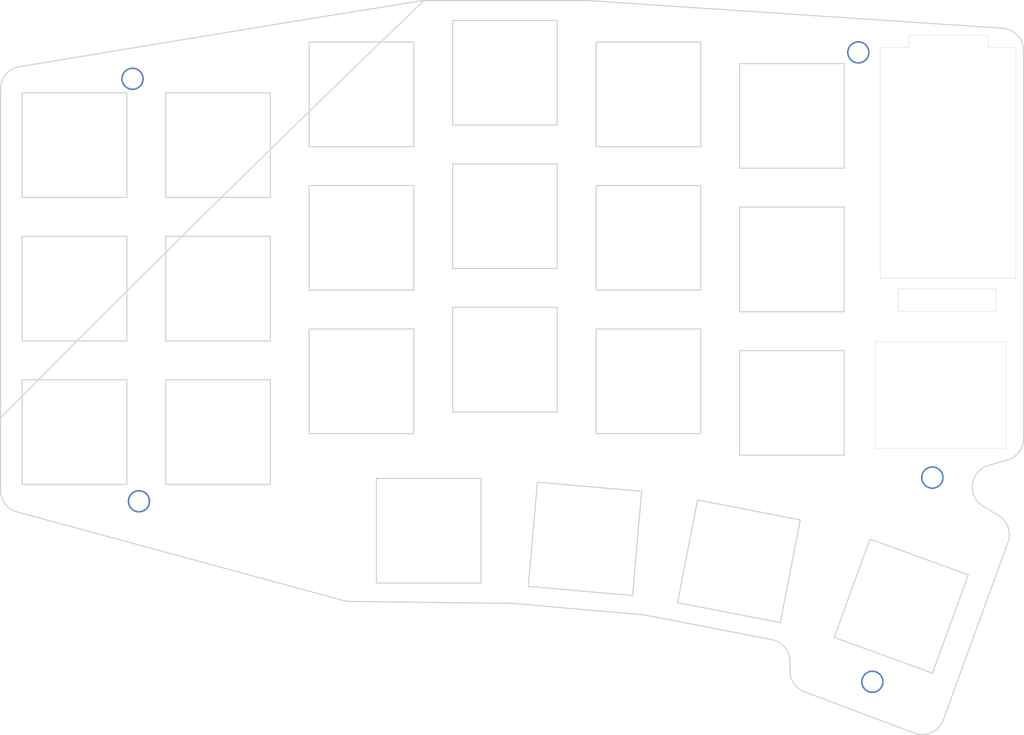
<source format=kicad_pcb>
(kicad_pcb (version 20240108) (generator "pcbnew") (generator_version "8.0")
  (title_block (title "keybear") (rev "v1.0.0") (company "Unknown"))
  (layers (0 "F.Cu" signal) (31 "B.Cu" signal) (34 "B.Paste" user) (35 "F.Paste" user) (36 "B.SilkS" user "B.Silkscreen") (37 "F.SilkS" user "F.Silkscreen") (38 "B.Mask" user) (39 "F.Mask" user) (44 "Edge.Cuts" user))
  (net 0 "")
  (footprint "SofleKeyboard-footprint:HOLE_M2_TH" (layer "F.Cu") (at 264.795 156.083)
    (property "Reference" "TH6" (hide yes))
    (property "Value" "HOLE" (hide yes))
    (pad "" thru_hole circle (at 0 0 90) (size 3 3) (drill 2.6) (layers "*.Cu" "*.Mask" "Dwgs.User") (clearance 0.3))
  )
  (footprint "SofleKeyboard-footprint:HOLE_M2_TH" (layer "F.Cu") (at 254.889 99.187)
    (property "Reference" "TH6" (hide yes))
    (property "Value" "HOLE" (hide yes))
    (pad "" thru_hole circle (at 0 0 90) (size 3 3) (drill 2.6) (layers "*.Cu" "*.Mask" "Dwgs.User") (clearance 0.3))
  )
  (footprint "SofleKeyboard-footprint:HOLE_M2_TH" (layer "F.Cu") (at 158.623 159.258)
    (property "Reference" "TH6" (hide yes))
    (property "Value" "HOLE" (hide yes))
    (pad "" thru_hole circle (at 0 0 90) (size 3 3) (drill 2.6) (layers "*.Cu" "*.Mask" "Dwgs.User") (clearance 0.3))
  )
  (footprint "SofleKeyboard-footprint:HOLE_M2_TH" (layer "F.Cu") (at 256.7686 183.4134)
    (property "Reference" "TH6" (hide yes))
    (property "Value" "HOLE" (hide yes))
    (pad "" thru_hole circle (at 0 0 90) (size 3 3) (drill 2.6) (layers "*.Cu" "*.Mask" "Dwgs.User") (clearance 0.3))
  )
  (footprint "SofleKeyboard-footprint:HOLE_M2_TH" (layer "F.Cu") (at 157.7594 102.7176)
    (property "Reference" "TH6" (hide yes))
    (property "Value" "HOLE" (hide yes))
    (pad "" thru_hole circle (at 0 0 90) (size 3 3) (drill 2.6) (layers "*.Cu" "*.Mask" "Dwgs.User") (clearance 0.3))
  )
  (footprint "SofleKeyboard-footprint:HOLE_M2_TH" (layer "F.Cu") (at 264.795 156.083)
    (property "Reference" "TH6" (hide yes))
    (property "Value" "HOLE" (hide yes))
    (pad "" thru_hole circle (at 0 0 90) (size 3 3) (drill 2.6) (layers "*.Cu" "*.Mask" "Dwgs.User") (clearance 0.3))
  )
  (gr_line (start 253 139.09) (end 239 139.09) (stroke (width 0.15)) (layer "Edge.Cuts"))
  (gr_line (start 272.288 96.901) (end 261.62 96.901) (stroke (width 0.05)) (layer "Edge.Cuts"))
  (gr_line (start 195.4 136.2) (end 181.4 136.2) (stroke (width 0.15)) (layer "Edge.Cuts"))
  (gr_line (start 257.81 98.552) (end 257.81 129.413) (stroke (width 0.05)) (layer "Edge.Cuts"))
  (gr_arc (start 271.604384 159.926591) (mid 270.165702 156.973089) (end 272.296095 154.472207) (stroke (width 0.15)) (layer "Edge.Cuts"))
  (gr_arc (start 177.394302 95.350943) (mid 177.400007 95.350005) (end 177.405713 95.349078) (stroke (width 0.15)) (layer "Edge.Cuts"))
  (gr_line (start 181.4 117) (end 181.4 131) (stroke (width 0.15)) (layer "Edge.Cuts"))
  (gr_line (start 190.4 156.2) (end 190.4 170.2) (stroke (width 0.15)) (layer "Edge.Cuts"))
  (gr_line (start 211.945766 156.699897) (end 210.725586 170.646623) (stroke (width 0.15)) (layer "Edge.Cuts"))
  (gr_line (start 181.4 136.2) (end 181.4 150.2) (stroke (width 0.15)) (layer "Edge.Cuts"))
  (gr_line (start 176.2 104.6) (end 162.2 104.6) (stroke (width 0.15)) (layer "Edge.Cuts"))
  (gr_line (start 195.4 131) (end 195.4 117) (stroke (width 0.15)) (layer "Edge.Cuts"))
  (gr_line (start 162.2 104.6) (end 162.2 118.6) (stroke (width 0.15)) (layer "Edge.Cuts"))
  (gr_line (start 196.840629 92.25) (end 218.500196 92.25) (stroke (width 0.15)) (layer "Edge.Cuts"))
  (gr_line (start 219.8 150.2) (end 233.8 150.2) (stroke (width 0.15)) (layer "Edge.Cuts"))
  (gr_line (start 239 133.89) (end 253 133.89) (stroke (width 0.15)) (layer "Edge.Cuts"))
  (gr_line (start 157 118.6) (end 157 104.6) (stroke (width 0.15)) (layer "Edge.Cuts"))
  (gr_line (start 157 137.8) (end 157 123.8) (stroke (width 0.15)) (layer "Edge.Cuts"))
  (gr_line (start 230.698477 172.823715) (end 244.441258 175.495041) (stroke (width 0.15)) (layer "Edge.Cuts"))
  (gr_line (start 274.84577 153.723004) (end 272.296095 154.472207) (stroke (width 0.15)) (layer "Edge.Cuts"))
  (gr_line (start 204.4 170.2) (end 204.4 156.2) (stroke (width 0.15)) (layer "Edge.Cuts"))
  (gr_arc (start 218.500196 92.25) (mid 218.599945 92.251659) (end 218.699583 92.256633) (stroke (width 0.15)) (layer "Edge.Cuts"))
  (gr_line (start 142.610406 101.10474) (end 177.394301 95.350943) (stroke (width 0.15)) (layer "Edge.Cuts"))
  (gr_arc (start 196.362447 92.288355) (mid 196.60077 92.259604) (end 196.840629 92.25) (stroke (width 0.15)) (layer "Edge.Cuts"))
  (gr_line (start 157 157) (end 157 143) (stroke (width 0.15)) (layer "Edge.Cuts"))
  (gr_line (start 239 114.69) (end 253 114.69) (stroke (width 0.15)) (layer "Edge.Cuts"))
  (gr_line (start 243.312234 177.771436) (end 239.262854 176.984317) (stroke (width 0.15)) (layer "Edge.Cuts"))
  (gr_line (start 260.223 133.858) (end 273.304 133.858) (stroke (width 0.05)) (layer "Edge.Cuts"))
  (gr_line (start 277 150.844693) (end 277 98.946819) (stroke (width 0.15)) (layer "Edge.Cuts"))
  (gr_arc (start 140.1 104.06452) (mid 140.812121 102.124002) (end 142.610406 101.10474) (stroke (width 0.15)) (layer "Edge.Cuts"))
  (gr_line (start 195.4 150.2) (end 195.4 136.2) (stroke (width 0.15)) (layer "Edge.Cuts"))
  (gr_line (start 140.1 157.785876) (end 140.1 104.06452) (stroke (width 0.15)) (layer "Edge.Cuts"))
  (gr_line (start 143 157) (end 157 157) (stroke (width 0.15)) (layer "Edge.Cuts"))
  (gr_line (start 239 119.89) (end 239 133.89) (stroke (width 0.15)) (layer "Edge.Cuts"))
  (gr_line (start 269.60083 169.104766) (end 256.445133 164.316484) (stroke (width 0.15)) (layer "Edge.Cuts"))
  (gr_line (start 233.369803 159.080934) (end 230.698477 172.823715) (stroke (width 0.15)) (layer "Edge.Cuts"))
  (gr_line (start 210.725586 170.646623) (end 224.672312 171.866804) (stroke (width 0.15)) (layer "Edge.Cuts"))
  (gr_line (start 219.8 111.8) (end 233.8 111.8) (stroke (width 0.15)) (layer "Edge.Cuts"))
  (gr_line (start 143 118.6) (end 157 118.6) (stroke (width 0.15)) (layer "Edge.Cuts"))
  (gr_line (start 157 143) (end 143 143) (stroke (width 0.15)) (layer "Edge.Cuts"))
  (gr_line (start 219.8 117) (end 219.8 131) (stroke (width 0.15)) (layer "Edge.Cuts"))
  (gr_line (start 157 123.8) (end 143 123.8) (stroke (width 0.15)) (layer "Edge.Cuts"))
  (gr_line (start 261.62 96.901) (end 261.62 98.552) (stroke (width 0.05)) (layer "Edge.Cuts"))
  (gr_line (start 233.8 136.2) (end 219.8 136.2) (stroke (width 0.15)) (layer "Edge.Cuts"))
  (gr_line (start 257.81 129.413) (end 275.971 129.413) (stroke (width 0.05)) (layer "Edge.Cuts"))
  (gr_line (start 143 123.8) (end 143 137.8) (stroke (width 0.15)) (layer "Edge.Cuts"))
  (gr_arc (start 277 150.844693) (mid 276.401802 152.642287) (end 274.84577 153.723004) (stroke (width 0.15)) (layer "Edge.Cuts"))
  (gr_line (start 190.4 170.2) (end 204.4 170.2) (stroke (width 0.15)) (layer "Edge.Cuts"))
  (gr_line (start 214.6 108.91) (end 214.6 94.91) (stroke (width 0.15)) (layer "Edge.Cuts"))
  (gr_line (start 176.2 123.8) (end 162.2 123.8) (stroke (width 0.15)) (layer "Edge.Cuts"))
  (gr_line (start 143 104.6) (end 143 118.6) (stroke (width 0.15)) (layer "Edge.Cuts"))
  (gr_line (start 143 137.8) (end 157 137.8) (stroke (width 0.15)) (layer "Edge.Cuts"))
  (gr_line (start 262.390286 190.283264) (end 247.683082 184.750676) (stroke (width 0.15)) (layer "Edge.Cuts"))
  (gr_line (start 272.288 98.552) (end 272.288 96.901) (stroke (width 0.05)) (layer "Edge.Cuts"))
  (gr_line (start 181.4 111.8) (end 195.4 111.8) (stroke (width 0.15)) (layer "Edge.Cuts"))
  (gr_line (start 176.2 137.8) (end 176.2 123.8) (stroke (width 0.15)) (layer "Edge.Cuts"))
  (gr_arc (start 186.780802 172.654785) (mid 186.403332 172.626157) (end 186.032473 172.55022) (stroke (width 0.15)) (layer "Edge.Cuts"))
  (gr_line (start 219.8 97.8) (end 219.8 111.8) (stroke (width 0.15)) (layer "Edge.Cuts"))
  (gr_line (start 143 143) (end 143 157) (stroke (width 0.15)) (layer "Edge.Cuts"))
  (gr_arc (start 274.199387 95.953452) (mid 276.190681 96.897204) (end 277 98.946819) (stroke (width 0.15)) (layer "Edge.Cuts"))
  (gr_line (start 195.4 111.8) (end 195.4 97.8) (stroke (width 0.15)) (layer "Edge.Cuts"))
  (gr_line (start 266.265643 188.50143) (end 274.914346 164.739316) (stroke (width 0.15)) (layer "Edge.Cuts"))
  (gr_line (start 214.6 94.91) (end 200.6 94.91) (stroke (width 0.15)) (layer "Edge.Cuts"))
  (gr_line (start 200.6 114.11) (end 200.6 128.11) (stroke (width 0.15)) (layer "Edge.Cuts"))
  (gr_line (start 225.892492 157.920078) (end 211.945766 156.699897) (stroke (width 0.15)) (layer "Edge.Cuts"))
  (gr_line (start 253 153.09) (end 253 139.09) (stroke (width 0.15)) (layer "Edge.Cuts"))
  (gr_line (start 204.4 156.2) (end 190.4 156.2) (stroke (width 0.15)) (layer "Edge.Cuts"))
  (gr_line (start 176.2 157) (end 176.2 143) (stroke (width 0.15)) (layer "Edge.Cuts"))
  (gr_arc (start 226.096317 174.450746) (mid 226.251367 174.468385) (end 226.405289 174.494063) (stroke (width 0.15)) (layer "Edge.Cuts"))
  (gr_line (start 275.971 98.552) (end 272.288 98.552) (stroke (width 0.05)) (layer "Edge.Cuts"))
  (gr_line (start 162.2 118.6) (end 176.2 118.6) (stroke (width 0.15)) (layer "Edge.Cuts"))
  (gr_line (start 247.112584 161.75226) (end 233.369803 159.080934) (stroke (width 0.15)) (layer "Edge.Cuts"))
  (gr_line (start 260.223 130.81) (end 260.223 133.858) (stroke (width 0.05)) (layer "Edge.Cuts"))
  (gr_line (start 176.2 118.6) (end 176.2 104.6) (stroke (width 0.15)) (layer "Edge.Cuts"))
  (gr_line (start 181.4 131) (end 195.4 131) (stroke (width 0.15)) (layer "Edge.Cuts"))
  (gr_line (start 253 133.89) (end 253 119.89) (stroke (width 0.15)) (layer "Edge.Cuts"))
  (gr_line (start 200.6 128.11) (end 214.6 128.11) (stroke (width 0.15)) (layer "Edge.Cuts"))
  (gr_line (start 275.971 129.413) (end 275.971 98.552) (stroke (width 0.05)) (layer "Edge.Cuts"))
  (gr_line (start 214.6 114.11) (end 200.6 114.11) (stroke (width 0.15)) (layer "Edge.Cuts"))
  (gr_line (start 157 104.6) (end 143 104.6) (stroke (width 0.15)) (layer "Edge.Cuts"))
  (gr_line (start 253 100.69) (end 239 100.69) (stroke (width 0.15)) (layer "Edge.Cuts"))
  (gr_line (start 245.739362 181.941692) (end 245.739806 180.717407) (stroke (width 0.15)) (layer "Edge.Cuts"))
  (gr_line (start 162.2 137.8) (end 176.2 137.8) (stroke (width 0.15)) (layer "Edge.Cuts"))
  (gr_line (start 257.175 152.146) (end 274.701 152.146) (stroke (width 0.05)) (layer "Edge.Cuts"))
  (gr_arc (start 208.606805 172.929011) (mid 208.718798 172.932511) (end 208.830583 172.94019) (stroke (width 0.15)) (layer "Edge.Cuts"))
  (gr_line (start 214.6 128.11) (end 214.6 114.11) (stroke (width 0.15)) (layer "Edge.Cuts"))
  (gr_line (start 200.6 133.31) (end 200.6 147.31) (stroke (width 0.15)) (layer "Edge.Cuts"))
  (gr_arc (start 273.632749 161.137183) (mid 274.921704 162.707643) (end 274.914346 164.739316) (stroke (width 0.15)) (layer "Edge.Cuts"))
  (gr_line (start 200.6 147.31) (end 214.6 147.31) (stroke (width 0.15)) (layer "Edge.Cuts"))
  (gr_line (start 239 100.69) (end 239 114.69) (stroke (width 0.15)) (layer "Edge.Cuts"))
  (gr_line (start 256.445133 164.316484) (end 251.656851 177.472181) (stroke (width 0.15)) (layer "Edge.Cuts"))
  (gr_line (start 177.405713 95.349078) (end 196.362447 92.288355) (stroke (width 0.15)) (layer "Edge.Cuts"))
  (gr_line (start 200.6 108.91) (end 214.6 108.91) (stroke (width 0.15)) (layer "Edge.Cuts"))
  (gr_line (start 239.260866 176.983931) (end 226.405289 174.494063) (stroke (width 0.15)) (layer "Edge.Cuts"))
  (gr_line (start 239 139.09) (end 239 153.09) (stroke (width 0.15)) (layer "Edge.Cuts"))
  (gr_arc (start 266.265643 188.50143) (mid 264.6998 190.201062) (end 262.390286 190.283264) (stroke (width 0.15)) (layer "Edge.Cuts"))
  (gr_line (start 261.62 98.552) (end 257.81 98.552) (stroke (width 0.05)) (layer "Edge.Cuts"))
  (gr_line (start 176.2 143) (end 162.2 143) (stroke (width 0.15)) (layer "Edge.Cuts"))
  (gr_arc (start 243.312234 177.771437) (mid 245.055027 178.808504) (end 245.739806 180.717407) (stroke (width 0.15)) (layer "Edge.Cuts"))
  (gr_line (start 162.2 143) (end 162.2 157) (stroke (width 0.15)) (layer "Edge.Cuts"))
  (gr_line (start 239 153.09) (end 253 153.09) (stroke (width 0.15)) (layer "Edge.Cuts"))
  (gr_arc (start 247.683082 184.750676) (mid 246.27239 183.64984) (end 245.739362 181.941692) (stroke (width 0.15)) (layer "Edge.Cuts"))
  (gr_line (start 274.701 137.922) (end 257.175 137.922) (stroke (width 0.05)) (layer "Edge.Cuts"))
  (gr_line (start 226.096317 174.450746) (end 208.830583 172.94019) (stroke (width 0.15)) (layer "Edge.Cuts"))
  (gr_line (start 233.8 131) (end 233.8 117) (stroke (width 0.15)) (layer "Edge.Cuts"))
  (gr_line (start 195.4 117) (end 181.4 117) (stroke (width 0.15)) (layer "Edge.Cuts"))
  (gr_line (start 274.701 152.146) (end 274.701 137.922) (stroke (width 0.05)) (layer "Edge.Cuts"))
  (gr_line (start 186.032473 172.55022) (end 142.313982 160.681075) (stroke (width 0.15)) (layer "Edge.Cuts"))
  (gr_line (start 244.441258 175.495041) (end 247.112584 161.75226) (stroke (width 0.15)) (layer "Edge.Cuts"))
  (gr_line (start 162.2 123.8) (end 162.2 137.8) (stroke (width 0.15)) (layer "Edge.Cuts"))
  (gr_line (start 219.8 131) (end 233.8 131) (stroke (width 0.15)) (layer "Edge.Cuts"))
  (gr_line (start 195.4 97.8) (end 181.4 97.8) (stroke (width 0.15)) (layer "Edge.Cuts"))
  (gr_line (start 200.6 94.91) (end 200.6 108.91) (stroke (width 0.15)) (layer "Edge.Cuts"))
  (gr_line (start 264.812548 182.260463) (end 269.60083 169.104766) (stroke (width 0.15)) (layer "Edge.Cuts"))
  (gr_line (start 233.8 111.8) (end 233.8 97.8) (stroke (width 0.15)) (layer "Edge.Cuts"))
  (gr_line (start 208.606806 172.929011) (end 186.780802 172.654784) (stroke (width 0.15)) (layer "Edge.Cuts"))
  (gr_line (start 257.175 137.922) (end 257.175 152.146) (stroke (width 0.05)) (layer "Edge.Cuts"))
  (gr_line (start 162.2 157) (end 176.2 157) (stroke (width 0.15)) (layer "Edge.Cuts"))
  (gr_line (start 273.304 133.858) (end 273.304 130.81) (stroke (width 0.05)) (layer "Edge.Cuts"))
  (gr_line (start 214.6 133.31) (end 200.6 133.31) (stroke (width 0.15)) (layer "Edge.Cuts"))
  (gr_line (start 233.8 97.8) (end 219.8 97.8) (stroke (width 0.15)) (layer "Edge.Cuts"))
  (gr_line (start 214.6 147.31) (end 214.6 133.31) (stroke (width 0.15)) (layer "Edge.Cuts"))
  (gr_line (start 273.304 130.81) (end 260.223 130.81) (stroke (width 0.05)) (layer "Edge.Cuts"))
  (gr_arc (start 142.313982 160.681075) (mid 140.716929 159.60823) (end 140.1 157.785876) (stroke (width 0.15)) (layer "Edge.Cuts"))
  (gr_line (start 224.672312 171.866804) (end 225.892492 157.920078) (stroke (width 0.15)) (layer "Edge.Cuts"))
  (gr_line (start 253 119.89) (end 239 119.89) (stroke (width 0.15)) (layer "Edge.Cuts"))
  (gr_line (start 219.8 136.2) (end 219.8 150.2) (stroke (width 0.15)) (layer "Edge.Cuts"))
  (gr_line (start 251.656851 177.472181) (end 264.812548 182.260463) (stroke (width 0.15)) (layer "Edge.Cuts"))
  (gr_line (start 181.4 150.2) (end 195.4 150.2) (stroke (width 0.15)) (layer "Edge.Cuts"))
  (gr_line (start 271.604384 159.926591) (end 273.632749 161.137183) (stroke (width 0.15)) (layer "Edge.Cuts"))
  (gr_arc (start 239.260866 176.983931) (mid 239.26186 176.984124) (end 239.262854 176.984317) (stroke (width 0.15)) (layer "Edge.Cuts"))
  (gr_line (start 233.8 117) (end 219.8 117) (stroke (width 0.15)) (layer "Edge.Cuts"))
  (gr_line (start 233.8 150.2) (end 233.8 136.2) (stroke (width 0.15)) (layer "Edge.Cuts"))
  (gr_line (start 253 114.69) (end 253 100.69) (stroke (width 0.15)) (layer "Edge.Cuts"))
  (gr_line (start 181.4 97.8) (end 181.4 111.8) (stroke (width 0.15)) (layer "Edge.Cuts"))
  (gr_line (start 218.699583 92.256633) (end 274.199387 95.953452) (stroke (width 0.15)) (layer "Edge.Cuts"))
)
</source>
